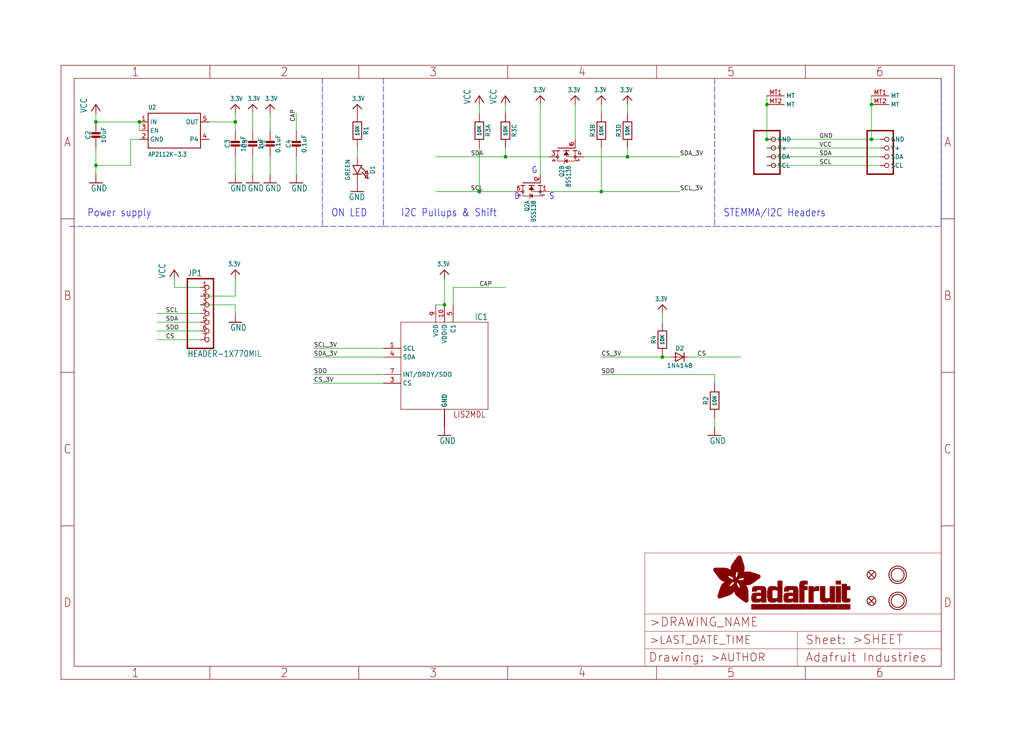
<source format=kicad_sch>
(kicad_sch (version 20211123) (generator eeschema)
  (paper "User" 298.45 217.881)
  (lib_symbols
    (symbol "eagleSchem-eagle-import:3.3V" (power)
      (property "Value" "3.3V" (at -1.524 1.016 0))
      (symbol "3.3V_1_0"
        (pin power_in line (at 0 -2.54 90) (length 2.54) (name "3.3V") (number "1"))
      )
    )
    (symbol "eagleSchem-eagle-import:CAP_CERAMIC0603_NO"
      (property "Reference" "C" (at -2.29 1.25 90))
      (property "Value" "CAP_CERAMIC0603_NO" (at 2.3 1.25 90))
      (symbol "CAP_CERAMIC0603_NO_1_0"
        (pin passive line (at 0 5.08 270) (length 2.54) (name "1") (number "1"))
        (pin passive line (at 0 -2.54 90) (length 2.54) (name "2") (number "2"))
      )
    )
    (symbol "eagleSchem-eagle-import:CAP_CERAMIC0805-NOOUTLINE"
      (property "Reference" "C" (at -2.29 1.25 90))
      (property "Value" "CAP_CERAMIC0805-NOOUTLINE" (at 2.3 1.25 90))
      (symbol "CAP_CERAMIC0805-NOOUTLINE_1_0"
        (pin passive line (at 0 5.08 270) (length 2.54) (name "1") (number "1"))
        (pin passive line (at 0 -2.54 90) (length 2.54) (name "2") (number "2"))
      )
    )
    (symbol "eagleSchem-eagle-import:DIODESOD-323"
      (property "Reference" "D" (at 0 2.54 0))
      (property "Value" "DIODESOD-323" (at 0 -2.5 0))
      (symbol "DIODESOD-323_1_0"
        (pin passive line (at -2.54 0 0) (length 2.54) (name "A") (number "A"))
        (pin passive line (at 2.54 0 180) (length 2.54) (name "C") (number "C"))
      )
    )
    (symbol "eagleSchem-eagle-import:FIDUCIAL_1MM")
    (symbol "eagleSchem-eagle-import:FRAME_A4_ADAFRUIT"
      (symbol "FRAME_A4_ADAFRUIT_1_0"
        (text "1" (at 21.6958 1.905 0) (effects (font (size 2.54 2.286))))
        (text "1" (at 21.6958 177.165 0) (effects (font (size 2.54 2.286))))
        (text "2" (at 65.0875 1.905 0) (effects (font (size 2.54 2.286))))
        (text "2" (at 65.0875 177.165 0) (effects (font (size 2.54 2.286))))
        (text "3" (at 108.4792 1.905 0) (effects (font (size 2.54 2.286))))
        (text "3" (at 108.4792 177.165 0) (effects (font (size 2.54 2.286))))
        (text "4" (at 151.8708 1.905 0) (effects (font (size 2.54 2.286))))
        (text "4" (at 151.8708 177.165 0) (effects (font (size 2.54 2.286))))
        (text "5" (at 195.2625 1.905 0) (effects (font (size 2.54 2.286))))
        (text "5" (at 195.2625 177.165 0) (effects (font (size 2.54 2.286))))
        (text "6" (at 238.6542 1.905 0) (effects (font (size 2.54 2.286))))
        (text "6" (at 238.6542 177.165 0) (effects (font (size 2.54 2.286))))
        (text ">AUTHOR" (at 189.23 5.08 0) (effects (font (size 2.286 2.286)) (justify left bottom)))
        (text ">DRAWING_NAME" (at 171.45 15.24 0) (effects (font (size 2.54 2.54)) (justify left bottom)))
        (text ">LAST_DATE_TIME" (at 171.45 10.16 0) (effects (font (size 2.286 2.286)) (justify left bottom)))
        (text ">SHEET" (at 230.505 10.16 0) (effects (font (size 2.54 2.54)) (justify left bottom)))
        (text "A" (at 1.905 156.6863 0) (effects (font (size 2.54 2.286))))
        (text "A" (at 258.445 156.6863 0) (effects (font (size 2.54 2.286))))
        (text "Adafruit Industries" (at 216.916 4.953 0) (effects (font (size 2.54 2.54)) (justify left bottom)))
        (text "B" (at 1.905 111.9188 0) (effects (font (size 2.54 2.286))))
        (text "B" (at 258.445 111.9188 0) (effects (font (size 2.54 2.286))))
        (text "C" (at 1.905 67.1513 0) (effects (font (size 2.54 2.286))))
        (text "C" (at 258.445 67.1513 0) (effects (font (size 2.54 2.286))))
        (text "D" (at 1.905 22.3838 0) (effects (font (size 2.54 2.286))))
        (text "D" (at 258.445 22.3838 0) (effects (font (size 2.54 2.286))))
        (text "Drawing:" (at 171.196 4.953 0) (effects (font (size 2.54 2.54)) (justify left bottom)))
        (text "Sheet:" (at 216.916 10.033 0) (effects (font (size 2.54 2.54)) (justify left bottom)))
      )
    )
    (symbol "eagleSchem-eagle-import:GND" (power)
      (property "Value" "GND" (at -2.54 -2.54 0))
      (symbol "GND_1_0"
        (pin power_in line (at 0 2.54 270) (length 2.54) (name "GND") (number "1"))
      )
    )
    (symbol "eagleSchem-eagle-import:HEADER-1X770MIL"
      (property "Reference" "JP" (at -6.35 10.795 0))
      (property "Value" "HEADER-1X770MIL" (at -6.35 -12.7 0))
      (symbol "HEADER-1X770MIL_1_0"
        (pin passive inverted (at -2.54 7.62 0) (length 2.54) (name "1") (number "1"))
        (pin passive inverted (at -2.54 5.08 0) (length 2.54) (name "2") (number "2"))
        (pin passive inverted (at -2.54 2.54 0) (length 2.54) (name "3") (number "3"))
        (pin passive inverted (at -2.54 0 0) (length 2.54) (name "4") (number "4"))
        (pin passive inverted (at -2.54 -2.54 0) (length 2.54) (name "5") (number "5"))
        (pin passive inverted (at -2.54 -5.08 0) (length 2.54) (name "6") (number "6"))
        (pin passive inverted (at -2.54 -7.62 0) (length 2.54) (name "7") (number "7"))
      )
    )
    (symbol "eagleSchem-eagle-import:LED0603_NOOUTLINE"
      (property "Reference" "D" (at -1.27 4.445 0))
      (property "Value" "LED0603_NOOUTLINE" (at -1.27 -2.794 0))
      (symbol "LED0603_NOOUTLINE_1_0"
        (pin passive line (at -5.08 0 0) (length 2.54) (name "A") (number "A"))
        (pin passive line (at 2.54 0 180) (length 2.54) (name "C") (number "C"))
      )
    )
    (symbol "eagleSchem-eagle-import:LIS2MDL"
      (property "Reference" "IC" (at 12.7 15.24 0))
      (symbol "LIS2MDL_1_0"
        (text "LIS2MDL" (at 2.54 -15.24 0) (effects (font (size 1.778 1.5113)) (justify left bottom)))
        (pin input line (at -17.78 5.08 0) (length 5.08) (name "SCL") (number "1"))
        (pin power_in line (at 0 17.78 270) (length 5.08) (name "VDDIO") (number "10"))
        (pin power_in line (at 0 -17.78 90) (length 5.08) (name "GND") (number "11"))
        (pin power_in line (at 0 -17.78 90) (length 5.08) (name "GND") (number "12"))
        (pin power_in line (at 0 -17.78 90) (length 5.08) (name "GND") (number "2"))
        (pin input line (at -17.78 -5.08 0) (length 5.08) (name "CS") (number "3"))
        (pin bidirectional line (at -17.78 2.54 0) (length 5.08) (name "SDA") (number "4"))
        (pin input line (at 2.54 17.78 270) (length 5.08) (name "C1") (number "5"))
        (pin power_in line (at 0 -17.78 90) (length 5.08) (name "GND") (number "6"))
        (pin bidirectional line (at -17.78 -2.54 0) (length 5.08) (name "INT/DRDY/SDO") (number "7"))
        (pin power_in line (at 0 -17.78 90) (length 5.08) (name "GND") (number "8"))
        (pin power_in line (at -2.54 17.78 270) (length 5.08) (name "VDD") (number "9"))
      )
    )
    (symbol "eagleSchem-eagle-import:MOSFET-N_DUAL"
      (property "Reference" "Q" (at 5.08 0.635 0))
      (property "Value" "MOSFET-N_DUAL" (at 5.08 -1.27 0))
      (symbol "MOSFET-N_DUAL_1_0"
        (text "D" (at 3.175 3.175 0) (effects (font (size 0.8128 0.6908)) (justify left bottom)))
        (text "G" (at -1.27 -1.905 0) (effects (font (size 0.8128 0.6908)) (justify left bottom)))
        (text "S" (at 3.175 -3.81 0) (effects (font (size 0.8128 0.6908)) (justify left bottom)))
        (pin bidirectional line (at 2.54 -5.08 90) (length 2.54) (name "S") (number "1"))
        (pin bidirectional line (at -2.54 -2.54 0) (length 2.54) (name "G") (number "2"))
        (pin bidirectional line (at 2.54 5.08 270) (length 2.54) (name "D") (number "6"))
      )
      (symbol "MOSFET-N_DUAL_2_0"
        (text "D" (at 3.175 3.175 0) (effects (font (size 0.8128 0.6908)) (justify left bottom)))
        (text "G" (at -1.27 -1.905 0) (effects (font (size 0.8128 0.6908)) (justify left bottom)))
        (text "S" (at 3.175 -3.81 0) (effects (font (size 0.8128 0.6908)) (justify left bottom)))
        (pin bidirectional line (at 2.54 5.08 270) (length 2.54) (name "D") (number "3"))
        (pin bidirectional line (at 2.54 -5.08 90) (length 2.54) (name "S") (number "4"))
        (pin bidirectional line (at -2.54 -2.54 0) (length 2.54) (name "G") (number "5"))
      )
    )
    (symbol "eagleSchem-eagle-import:MOUNTINGHOLE2.5")
    (symbol "eagleSchem-eagle-import:RESISTOR_0603_NOOUT"
      (property "Reference" "R" (at 0 2.54 0))
      (property "Value" "RESISTOR_0603_NOOUT" (at 0 0 0))
      (symbol "RESISTOR_0603_NOOUT_1_0"
        (pin passive line (at -5.08 0 0) (length 2.54) (name "1") (number "1"))
        (pin passive line (at 5.08 0 180) (length 2.54) (name "2") (number "2"))
      )
    )
    (symbol "eagleSchem-eagle-import:RESISTOR_4PACK"
      (property "Reference" "R" (at 0 2.54 0))
      (property "Value" "RESISTOR_4PACK" (at 0 0 0))
      (symbol "RESISTOR_4PACK_1_0"
        (pin passive line (at -5.08 0 0) (length 2.54) (name "1") (number "1"))
        (pin passive line (at 5.08 0 180) (length 2.54) (name "2") (number "8"))
      )
      (symbol "RESISTOR_4PACK_2_0"
        (pin passive line (at -5.08 0 0) (length 2.54) (name "1") (number "2"))
        (pin passive line (at 5.08 0 180) (length 2.54) (name "2") (number "7"))
      )
      (symbol "RESISTOR_4PACK_3_0"
        (pin passive line (at -5.08 0 0) (length 2.54) (name "1") (number "3"))
        (pin passive line (at 5.08 0 180) (length 2.54) (name "2") (number "6"))
      )
      (symbol "RESISTOR_4PACK_4_0"
        (pin passive line (at -5.08 0 0) (length 2.54) (name "1") (number "4"))
        (pin passive line (at 5.08 0 180) (length 2.54) (name "2") (number "5"))
      )
    )
    (symbol "eagleSchem-eagle-import:STEMMA_I2C_QT"
      (symbol "STEMMA_I2C_QT_1_0"
        (pin passive inverted (at 0 5.08 0) (length 2.54) (name "GND") (number "1"))
        (pin passive inverted (at 0 2.54 0) (length 2.54) (name "V+") (number "2"))
        (pin passive inverted (at 0 0 0) (length 2.54) (name "SDA") (number "3"))
        (pin passive inverted (at 0 -2.54 0) (length 2.54) (name "SCL") (number "4"))
      )
      (symbol "STEMMA_I2C_QT_2_0"
        (pin bidirectional line (at 0 0 0) (length 5.08) (name "MT") (number "MT1"))
      )
      (symbol "STEMMA_I2C_QT_3_0"
        (pin bidirectional line (at 0 0 0) (length 5.08) (name "MT") (number "MT2"))
      )
    )
    (symbol "eagleSchem-eagle-import:VCC" (power)
      (property "Value" "VCC" (at -2.54 -2.54 90))
      (symbol "VCC_1_0"
        (pin power_in line (at 0 -2.54 90) (length 2.54) (name "VCC") (number "1"))
      )
    )
    (symbol "eagleSchem-eagle-import:VREG_SOT23-5"
      (property "Reference" "U" (at -7.62 6.096 0))
      (property "Value" "VREG_SOT23-5" (at -7.62 -7.62 0))
      (symbol "VREG_SOT23-5_1_0"
        (pin power_in line (at -10.16 2.54 0) (length 2.54) (name "IN") (number "1"))
        (pin power_in line (at -10.16 -2.54 0) (length 2.54) (name "GND") (number "2"))
        (pin input line (at -10.16 0 0) (length 2.54) (name "EN") (number "3"))
        (pin bidirectional line (at 10.16 -2.54 180) (length 2.54) (name "P4") (number "4"))
        (pin power_in line (at 10.16 2.54 180) (length 2.54) (name "OUT") (number "5"))
      )
    )
  )
  (junction (at 139.7 55.88))
  (junction (at 147.32 45.72))
  (junction (at 223.52 30.48))
  (junction (at 68.58 35.56))
  (junction (at 223.52 40.64))
  (junction (at 129.54 88.9))
  (junction (at 254 40.64))
  (junction (at 254 30.48))
  (junction (at 175.26 55.88))
  (junction (at 182.88 45.72))
  (junction (at 193.04 104.14))
  (junction (at 27.94 35.56))
  (junction (at 27.94 48.26))
  (junction (at 40.64 35.56))
  (wire (pts (xy 139.7 43.18) (xy 139.7 55.88)))
  (wire (pts (xy 60.96 35.56) (xy 68.58 35.56)))
  (wire (pts (xy 223.52 48.26) (xy 256.54 48.26)))
  (wire (pts (xy 68.58 88.9) (xy 68.58 91.44)))
  (wire (pts (xy 86.36 33.02) (xy 86.36 38.1)))
  (wire (pts (xy 58.42 86.36) (xy 68.58 86.36)))
  (wire (pts (xy 139.7 55.88) (xy 127 55.88)))
  (wire (pts (xy 160.02 55.88) (xy 175.26 55.88)))
  (wire (pts (xy 193.04 104.14) (xy 175.26 104.14)))
  (wire (pts (xy 68.58 35.56) (xy 68.58 38.1)))
  (wire (pts (xy 68.58 35.56) (xy 68.58 33.02)))
  (wire (pts (xy 254 30.48) (xy 254 40.64)))
  (wire (pts (xy 175.26 43.18) (xy 175.26 55.88)))
  (wire (pts (xy 149.86 55.88) (xy 139.7 55.88)))
  (wire (pts (xy 78.74 33.02) (xy 78.74 38.1)))
  (wire (pts (xy 160.02 45.72) (xy 147.32 45.72)))
  (polyline (pts (xy 93.98 22.86) (xy 93.98 66.04)))
  (wire (pts (xy 167.64 40.64) (xy 167.64 30.48)))
  (wire (pts (xy 50.8 83.82) (xy 50.8 81.28)))
  (wire (pts (xy 254 40.64) (xy 223.52 40.64)))
  (wire (pts (xy 40.64 38.1) (xy 40.64 35.56)))
  (wire (pts (xy 38.1 40.64) (xy 38.1 48.26)))
  (wire (pts (xy 157.48 50.8) (xy 157.48 30.48)))
  (wire (pts (xy 86.36 45.72) (xy 86.36 50.8)))
  (wire (pts (xy 256.54 45.72) (xy 223.52 45.72)))
  (wire (pts (xy 170.18 45.72) (xy 182.88 45.72)))
  (wire (pts (xy 27.94 48.26) (xy 27.94 43.18)))
  (wire (pts (xy 139.7 30.48) (xy 139.7 33.02)))
  (wire (pts (xy 111.76 101.6) (xy 91.44 101.6)))
  (wire (pts (xy 208.28 111.76) (xy 208.28 109.22)))
  (wire (pts (xy 78.74 45.72) (xy 78.74 50.8)))
  (wire (pts (xy 27.94 48.26) (xy 27.94 50.8)))
  (polyline (pts (xy 274.32 22.86) (xy 274.32 66.04)))
  (polyline (pts (xy 111.76 66.04) (xy 208.28 66.04)))
  (wire (pts (xy 182.88 43.18) (xy 182.88 45.72)))
  (wire (pts (xy 38.1 48.26) (xy 27.94 48.26)))
  (wire (pts (xy 132.08 88.9) (xy 132.08 83.82)))
  (wire (pts (xy 111.76 109.22) (xy 91.44 109.22)))
  (wire (pts (xy 58.42 99.06) (xy 45.72 99.06)))
  (wire (pts (xy 58.42 93.98) (xy 45.72 93.98)))
  (wire (pts (xy 129.54 88.9) (xy 129.54 81.28)))
  (wire (pts (xy 104.14 45.72) (xy 104.14 43.18)))
  (wire (pts (xy 58.42 83.82) (xy 50.8 83.82)))
  (wire (pts (xy 132.08 83.82) (xy 147.32 83.82)))
  (wire (pts (xy 40.64 35.56) (xy 27.94 35.56)))
  (wire (pts (xy 27.94 33.02) (xy 27.94 35.56)))
  (wire (pts (xy 58.42 91.44) (xy 45.72 91.44)))
  (wire (pts (xy 68.58 86.36) (xy 68.58 81.28)))
  (wire (pts (xy 147.32 45.72) (xy 127 45.72)))
  (wire (pts (xy 58.42 96.52) (xy 45.72 96.52)))
  (wire (pts (xy 68.58 45.72) (xy 68.58 50.8)))
  (polyline (pts (xy 93.98 66.04) (xy 111.76 66.04)))
  (wire (pts (xy 175.26 55.88) (xy 198.12 55.88)))
  (polyline (pts (xy 20.32 66.04) (xy 93.98 66.04)))
  (wire (pts (xy 195.58 104.14) (xy 193.04 104.14)))
  (wire (pts (xy 73.66 45.72) (xy 73.66 50.8)))
  (wire (pts (xy 254 27.94) (xy 254 30.48)))
  (wire (pts (xy 127 88.9) (xy 129.54 88.9)))
  (wire (pts (xy 208.28 124.46) (xy 208.28 121.92)))
  (wire (pts (xy 182.88 33.02) (xy 182.88 30.48)))
  (wire (pts (xy 147.32 33.02) (xy 147.32 30.48)))
  (wire (pts (xy 193.04 93.98) (xy 193.04 91.44)))
  (wire (pts (xy 58.42 88.9) (xy 68.58 88.9)))
  (wire (pts (xy 111.76 111.76) (xy 91.44 111.76)))
  (wire (pts (xy 223.52 30.48) (xy 223.52 40.64)))
  (wire (pts (xy 256.54 40.64) (xy 254 40.64)))
  (wire (pts (xy 91.44 104.14) (xy 111.76 104.14)))
  (wire (pts (xy 208.28 109.22) (xy 175.26 109.22)))
  (wire (pts (xy 73.66 38.1) (xy 73.66 33.02)))
  (polyline (pts (xy 111.76 22.86) (xy 111.76 66.04)))
  (wire (pts (xy 147.32 43.18) (xy 147.32 45.72)))
  (wire (pts (xy 40.64 40.64) (xy 38.1 40.64)))
  (polyline (pts (xy 208.28 66.04) (xy 274.32 66.04)))
  (wire (pts (xy 200.66 104.14) (xy 215.9 104.14)))
  (wire (pts (xy 182.88 45.72) (xy 198.12 45.72)))
  (polyline (pts (xy 208.28 22.86) (xy 208.28 66.04)))
  (wire (pts (xy 223.52 43.18) (xy 256.54 43.18)))
  (wire (pts (xy 175.26 33.02) (xy 175.26 30.48)))
  (wire (pts (xy 223.52 27.94) (xy 223.52 30.48)))
  (text "G" (at 154.94 50.8 180) (effects (font (size 1.778 1.5113)) (justify left bottom)))
  (text "D" (at 149.86 58.42 180) (effects (font (size 1.778 1.5113)) (justify left bottom)))
  (text "ON LED" (at 96.52 63.5 180) (effects (font (size 2.1844 1.8567)) (justify left bottom)))
  (text "I2C Pullups & Shift" (at 116.84 63.5 180) (effects (font (size 2.1844 1.8567)) (justify left bottom)))
  (text "Power supply" (at 25.4 63.5 180) (effects (font (size 2.1844 1.8567)) (justify left bottom)))
  (text "S" (at 160.02 58.42 180) (effects (font (size 1.778 1.5113)) (justify left bottom)))
  (text "STEMMA/I2C Headers" (at 210.82 63.5 180) (effects (font (size 2.1844 1.8567)) (justify left bottom)))
  (label "GND" (at 238.76 40.64 0) (effects (font (size 1.2446 1.2446))))
  (label "SCL" (at 238.76 48.26 0) (effects (font (size 1.2446 1.2446))))
  (label "SCL_3V" (at 198.12 55.88 0) (effects (font (size 1.2446 1.2446))))
  (label "CAP" (at 139.7 83.82 0) (effects (font (size 1.2446 1.2446))))
  (label "SDO" (at 175.26 109.22 0) (effects (font (size 1.2446 1.2446))))
  (label "SDO" (at 48.26 96.52 0) (effects (font (size 1.2446 1.2446))))
  (label "SDA" (at 48.26 93.98 0) (effects (font (size 1.2446 1.2446))))
  (label "SCL" (at 137.16 55.88 0) (effects (font (size 1.2446 1.2446))))
  (label "VCC" (at 238.76 43.18 0) (effects (font (size 1.2446 1.2446))))
  (label "SDA" (at 137.16 45.72 0) (effects (font (size 1.2446 1.2446))))
  (label "SDA" (at 238.76 45.72 0) (effects (font (size 1.2446 1.2446))))
  (label "CS_3V" (at 175.26 104.14 0) (effects (font (size 1.2446 1.2446))))
  (label "SDA_3V" (at 198.12 45.72 0) (effects (font (size 1.2446 1.2446))))
  (label "SDO" (at 91.44 109.22 0) (effects (font (size 1.2446 1.2446))))
  (label "CAP" (at 86.36 35.56 90) (effects (font (size 1.2446 1.2446))))
  (label "CS" (at 48.26 99.06 0) (effects (font (size 1.2446 1.2446))))
  (label "SCL" (at 48.26 91.44 0) (effects (font (size 1.2446 1.2446))))
  (label "SCL_3V" (at 91.44 101.6 0) (effects (font (size 1.2446 1.2446))))
  (label "CS_3V" (at 91.44 111.76 0) (effects (font (size 1.2446 1.2446))))
  (label "CS" (at 203.2 104.14 0) (effects (font (size 1.2446 1.2446))))
  (label "SDA_3V" (at 91.44 104.14 0) (effects (font (size 1.2446 1.2446))))
  (symbol (lib_id "eagleSchem-eagle-import:VREG_SOT23-5") (at 50.8 38.1 0) (unit 1)
    (property "Reference" "U2" (at 43.18 32.004 0) (effects (font (size 1.27 1.0795)) (justify left bottom)))
    (property "Value" "AP2112K-3.3" (at 43.18 45.72 0) (effects (font (size 1.27 1.0795)) (justify left bottom)))
    (property "Footprint" "eagleSchem:SOT23-5" (effects hide))
  )
  (symbol (lib_id "eagleSchem-eagle-import:HEADER-1X770MIL") (at 60.96 91.44 0) (unit 1)
    (property "Reference" "JP1" (at 54.61 80.645 0) (effects (font (size 1.778 1.5113)) (justify left bottom)))
    (property "Value" "HEADER-1X770MIL" (at 54.61 104.14 0) (effects (font (size 1.778 1.5113)) (justify left bottom)))
    (property "Footprint" "eagleSchem:1X07_ROUND_70" (effects hide))
  )
  (symbol (lib_id "eagleSchem-eagle-import:3.3V") (at 182.88 27.94 0) (mirror y) (unit 1)
    (property "Reference" "#U$7" (effects hide))
    (property "Value" "3.3V" (at 184.404 26.924 0) (effects (font (size 1.27 1.0795)) (justify left bottom)))
    (property "Footprint" "eagleSchem:" (effects hide))
  )
  (symbol (lib_id "eagleSchem-eagle-import:LED0603_NOOUTLINE") (at 104.14 50.8 270) (unit 1)
    (property "Reference" "D1" (at 108.585 49.53 0))
    (property "Value" "GREEN" (at 101.346 49.53 0))
    (property "Footprint" "eagleSchem:CHIPLED_0603_NOOUTLINE" (effects hide))
  )
  (symbol (lib_id "eagleSchem-eagle-import:CAP_CERAMIC0603_NO") (at 78.74 43.18 0) (unit 1)
    (property "Reference" "C1" (at 76.45 41.93 90))
    (property "Value" "0.1uF" (at 81.04 41.93 90))
    (property "Footprint" "eagleSchem:0603-NO" (effects hide))
  )
  (symbol (lib_id "eagleSchem-eagle-import:DIODESOD-323") (at 198.12 104.14 0) (unit 1)
    (property "Reference" "D2" (at 198.12 101.6 0))
    (property "Value" "1N4148" (at 198.12 106.64 0))
    (property "Footprint" "eagleSchem:SOD-323" (effects hide))
  )
  (symbol (lib_id "eagleSchem-eagle-import:STEMMA_I2C_QT") (at 223.52 45.72 0) (unit 1)
    (property "Reference" "CONN3" (effects hide))
    (property "Value" "STEMMA_I2C_QT" (effects hide))
    (property "Footprint" "eagleSchem:JST_SH4" (effects hide))
  )
  (symbol (lib_id "eagleSchem-eagle-import:GND") (at 68.58 53.34 0) (unit 1)
    (property "Reference" "#U$5" (effects hide))
    (property "Value" "GND" (at 67.056 55.88 0) (effects (font (size 1.778 1.5113)) (justify left bottom)))
    (property "Footprint" "eagleSchem:" (effects hide))
  )
  (symbol (lib_id "eagleSchem-eagle-import:VCC") (at 147.32 27.94 0) (unit 1)
    (property "Reference" "#P+2" (effects hide))
    (property "Value" "VCC" (at 144.78 30.48 90) (effects (font (size 1.778 1.5113)) (justify left bottom)))
    (property "Footprint" "eagleSchem:" (effects hide))
  )
  (symbol (lib_id "eagleSchem-eagle-import:MOSFET-N_DUAL") (at 165.1 43.18 90) (mirror x) (unit 2)
    (property "Reference" "Q2" (at 164.465 48.26 0) (effects (font (size 1.27 1.0795)) (justify left bottom)))
    (property "Value" "BSS138" (at 166.37 48.26 0) (effects (font (size 1.27 1.0795)) (justify left bottom)))
    (property "Footprint" "eagleSchem:SOT363" (effects hide))
  )
  (symbol (lib_id "eagleSchem-eagle-import:MOSFET-N_DUAL") (at 154.94 53.34 90) (mirror x) (unit 1)
    (property "Reference" "Q2" (at 154.305 58.42 0) (effects (font (size 1.27 1.0795)) (justify left bottom)))
    (property "Value" "BSS138" (at 156.21 58.42 0) (effects (font (size 1.27 1.0795)) (justify left bottom)))
    (property "Footprint" "eagleSchem:SOT363" (effects hide))
  )
  (symbol (lib_id "eagleSchem-eagle-import:3.3V") (at 68.58 30.48 0) (unit 1)
    (property "Reference" "#U$15" (effects hide))
    (property "Value" "3.3V" (at 67.056 29.464 0) (effects (font (size 1.27 1.0795)) (justify left bottom)))
    (property "Footprint" "eagleSchem:" (effects hide))
  )
  (symbol (lib_id "eagleSchem-eagle-import:MOUNTINGHOLE2.5") (at 261.62 175.26 0) (unit 1)
    (property "Reference" "U$1" (effects hide))
    (property "Value" "MOUNTINGHOLE2.5" (effects hide))
    (property "Footprint" "eagleSchem:MOUNTINGHOLE_2.5_PLATED" (effects hide))
  )
  (symbol (lib_id "eagleSchem-eagle-import:STEMMA_I2C_QT") (at 223.52 30.48 0) (unit 3)
    (property "Reference" "CONN3" (effects hide))
    (property "Value" "STEMMA_I2C_QT" (effects hide))
    (property "Footprint" "eagleSchem:JST_SH4" (effects hide))
  )
  (symbol (lib_id "eagleSchem-eagle-import:GND") (at 129.54 127 0) (unit 1)
    (property "Reference" "#U$2" (effects hide))
    (property "Value" "GND" (at 128.016 129.54 0) (effects (font (size 1.778 1.5113)) (justify left bottom)))
    (property "Footprint" "eagleSchem:" (effects hide))
  )
  (symbol (lib_id "eagleSchem-eagle-import:GND") (at 73.66 53.34 0) (unit 1)
    (property "Reference" "#U$27" (effects hide))
    (property "Value" "GND" (at 72.136 55.88 0) (effects (font (size 1.778 1.5113)) (justify left bottom)))
    (property "Footprint" "eagleSchem:" (effects hide))
  )
  (symbol (lib_id "eagleSchem-eagle-import:3.3V") (at 73.66 30.48 0) (unit 1)
    (property "Reference" "#U$22" (effects hide))
    (property "Value" "3.3V" (at 72.136 29.464 0) (effects (font (size 1.27 1.0795)) (justify left bottom)))
    (property "Footprint" "eagleSchem:" (effects hide))
  )
  (symbol (lib_id "eagleSchem-eagle-import:3.3V") (at 175.26 27.94 0) (mirror y) (unit 1)
    (property "Reference" "#U$24" (effects hide))
    (property "Value" "3.3V" (at 176.784 26.924 0) (effects (font (size 1.27 1.0795)) (justify left bottom)))
    (property "Footprint" "eagleSchem:" (effects hide))
  )
  (symbol (lib_id "eagleSchem-eagle-import:STEMMA_I2C_QT") (at 254 27.94 0) (unit 2)
    (property "Reference" "CONN4" (effects hide))
    (property "Value" "STEMMA_I2C_QT" (effects hide))
    (property "Footprint" "eagleSchem:JST_SH4" (effects hide))
  )
  (symbol (lib_id "eagleSchem-eagle-import:RESISTOR_0603_NOOUT") (at 208.28 116.84 90) (unit 1)
    (property "Reference" "R2" (at 205.74 116.84 0))
    (property "Value" "10K" (at 208.28 116.84 0) (effects (font (size 1.016 1.016) bold)))
    (property "Footprint" "eagleSchem:0603-NO" (effects hide))
  )
  (symbol (lib_id "eagleSchem-eagle-import:MOUNTINGHOLE2.5") (at 261.62 167.64 0) (unit 1)
    (property "Reference" "U$17" (effects hide))
    (property "Value" "MOUNTINGHOLE2.5" (effects hide))
    (property "Footprint" "eagleSchem:MOUNTINGHOLE_2.5_PLATED" (effects hide))
  )
  (symbol (lib_id "eagleSchem-eagle-import:GND") (at 86.36 53.34 0) (unit 1)
    (property "Reference" "#U$9" (effects hide))
    (property "Value" "GND" (at 84.836 55.88 0) (effects (font (size 1.778 1.5113)) (justify left bottom)))
    (property "Footprint" "eagleSchem:" (effects hide))
  )
  (symbol (lib_id "eagleSchem-eagle-import:STEMMA_I2C_QT") (at 256.54 45.72 0) (unit 1)
    (property "Reference" "CONN4" (effects hide))
    (property "Value" "STEMMA_I2C_QT" (effects hide))
    (property "Footprint" "eagleSchem:JST_SH4" (effects hide))
  )
  (symbol (lib_id "eagleSchem-eagle-import:RESISTOR_4PACK") (at 147.32 38.1 270) (unit 3)
    (property "Reference" "R3" (at 149.86 38.1 0))
    (property "Value" "10K" (at 147.32 38.1 0) (effects (font (size 1.016 1.016) bold)))
    (property "Footprint" "eagleSchem:RESPACK_4X0603" (effects hide))
  )
  (symbol (lib_id "eagleSchem-eagle-import:CAP_CERAMIC0603_NO") (at 86.36 43.18 0) (unit 1)
    (property "Reference" "C4" (at 84.07 41.93 90))
    (property "Value" "0.1uF" (at 88.66 41.93 90))
    (property "Footprint" "eagleSchem:0603-NO" (effects hide))
  )
  (symbol (lib_id "eagleSchem-eagle-import:3.3V") (at 167.64 27.94 0) (mirror y) (unit 1)
    (property "Reference" "#U$23" (effects hide))
    (property "Value" "3.3V" (at 169.164 26.924 0) (effects (font (size 1.27 1.0795)) (justify left bottom)))
    (property "Footprint" "eagleSchem:" (effects hide))
  )
  (symbol (lib_id "eagleSchem-eagle-import:CAP_CERAMIC0805-NOOUTLINE") (at 27.94 40.64 0) (unit 1)
    (property "Reference" "C2" (at 25.65 39.39 90))
    (property "Value" "10uF" (at 30.24 39.39 90))
    (property "Footprint" "eagleSchem:0805-NO" (effects hide))
  )
  (symbol (lib_id "eagleSchem-eagle-import:3.3V") (at 129.54 78.74 0) (mirror y) (unit 1)
    (property "Reference" "#U$4" (effects hide))
    (property "Value" "3.3V" (at 131.064 77.724 0) (effects (font (size 1.27 1.0795)) (justify left bottom)))
    (property "Footprint" "eagleSchem:" (effects hide))
  )
  (symbol (lib_id "eagleSchem-eagle-import:RESISTOR_0603_NOOUT") (at 104.14 38.1 270) (unit 1)
    (property "Reference" "R1" (at 106.68 38.1 0))
    (property "Value" "10K" (at 104.14 38.1 0) (effects (font (size 1.016 1.016) bold)))
    (property "Footprint" "eagleSchem:0603-NO" (effects hide))
  )
  (symbol (lib_id "eagleSchem-eagle-import:GND") (at 78.74 53.34 0) (unit 1)
    (property "Reference" "#U$6" (effects hide))
    (property "Value" "GND" (at 77.216 55.88 0) (effects (font (size 1.778 1.5113)) (justify left bottom)))
    (property "Footprint" "eagleSchem:" (effects hide))
  )
  (symbol (lib_id "eagleSchem-eagle-import:STEMMA_I2C_QT") (at 223.52 27.94 0) (unit 2)
    (property "Reference" "CONN3" (effects hide))
    (property "Value" "STEMMA_I2C_QT" (effects hide))
    (property "Footprint" "eagleSchem:JST_SH4" (effects hide))
  )
  (symbol (lib_id "eagleSchem-eagle-import:VCC") (at 139.7 27.94 0) (unit 1)
    (property "Reference" "#P+1" (effects hide))
    (property "Value" "VCC" (at 137.16 30.48 90) (effects (font (size 1.778 1.5113)) (justify left bottom)))
    (property "Footprint" "eagleSchem:" (effects hide))
  )
  (symbol (lib_id "eagleSchem-eagle-import:STEMMA_I2C_QT") (at 254 30.48 0) (unit 3)
    (property "Reference" "CONN4" (effects hide))
    (property "Value" "STEMMA_I2C_QT" (effects hide))
    (property "Footprint" "eagleSchem:JST_SH4" (effects hide))
  )
  (symbol (lib_id "eagleSchem-eagle-import:LIS2MDL") (at 129.54 106.68 0) (unit 1)
    (property "Reference" "IC1" (at 142.24 91.44 0) (effects (font (size 1.778 1.5113)) (justify right top)))
    (property "Value" "LIS2MDL" (effects hide))
    (property "Footprint" "eagleSchem:LGA12_2X2MM" (effects hide))
  )
  (symbol (lib_id "eagleSchem-eagle-import:RESISTOR_4PACK") (at 139.7 38.1 270) (unit 1)
    (property "Reference" "R3" (at 142.24 38.1 0))
    (property "Value" "10K" (at 139.7 38.1 0) (effects (font (size 1.016 1.016) bold)))
    (property "Footprint" "eagleSchem:RESPACK_4X0603" (effects hide))
  )
  (symbol (lib_id "eagleSchem-eagle-import:3.3V") (at 193.04 88.9 0) (mirror y) (unit 1)
    (property "Reference" "#U$12" (effects hide))
    (property "Value" "3.3V" (at 194.564 87.884 0) (effects (font (size 1.27 1.0795)) (justify left bottom)))
    (property "Footprint" "eagleSchem:" (effects hide))
  )
  (symbol (lib_id "eagleSchem-eagle-import:FIDUCIAL_1MM") (at 254 167.64 0) (unit 1)
    (property "Reference" "FID4" (effects hide))
    (property "Value" "FIDUCIAL_1MM" (effects hide))
    (property "Footprint" "eagleSchem:FIDUCIAL_1MM" (effects hide))
  )
  (symbol (lib_id "eagleSchem-eagle-import:VCC") (at 50.8 78.74 0) (unit 1)
    (property "Reference" "#P+4" (effects hide))
    (property "Value" "VCC" (at 48.26 81.28 90) (effects (font (size 1.778 1.5113)) (justify left bottom)))
    (property "Footprint" "eagleSchem:" (effects hide))
  )
  (symbol (lib_id "eagleSchem-eagle-import:GND") (at 208.28 127 0) (unit 1)
    (property "Reference" "#U$20" (effects hide))
    (property "Value" "GND" (at 206.756 129.54 0) (effects (font (size 1.778 1.5113)) (justify left bottom)))
    (property "Footprint" "eagleSchem:" (effects hide))
  )
  (symbol (lib_id "eagleSchem-eagle-import:FIDUCIAL_1MM") (at 254 175.26 0) (unit 1)
    (property "Reference" "FID3" (effects hide))
    (property "Value" "FIDUCIAL_1MM" (effects hide))
    (property "Footprint" "eagleSchem:FIDUCIAL_1MM" (effects hide))
  )
  (symbol (lib_id "eagleSchem-eagle-import:3.3V") (at 78.74 30.48 0) (unit 1)
    (property "Reference" "#U$14" (effects hide))
    (property "Value" "3.3V" (at 77.216 29.464 0) (effects (font (size 1.27 1.0795)) (justify left bottom)))
    (property "Footprint" "eagleSchem:" (effects hide))
  )
  (symbol (lib_id "eagleSchem-eagle-import:GND") (at 27.94 53.34 0) (unit 1)
    (property "Reference" "#U$13" (effects hide))
    (property "Value" "GND" (at 26.416 55.88 0) (effects (font (size 1.778 1.5113)) (justify left bottom)))
    (property "Footprint" "eagleSchem:" (effects hide))
  )
  (symbol (lib_id "eagleSchem-eagle-import:FRAME_A4_ADAFRUIT") (at 17.78 198.12 0) (unit 1)
    (property "Reference" "#U$18" (effects hide))
    (property "Value" "FRAME_A4_ADAFRUIT" (effects hide))
    (property "Footprint" "eagleSchem:" (effects hide))
  )
  (symbol (lib_id "eagleSchem-eagle-import:GND") (at 104.14 55.88 0) (unit 1)
    (property "Reference" "#GND6" (effects hide))
    (property "Value" "GND" (at 101.6 58.42 0) (effects (font (size 1.778 1.5113)) (justify left bottom)))
    (property "Footprint" "eagleSchem:" (effects hide))
  )
  (symbol (lib_id "eagleSchem-eagle-import:RESISTOR_4PACK") (at 175.26 38.1 90) (mirror x) (unit 2)
    (property "Reference" "R3" (at 172.72 38.1 0))
    (property "Value" "10K" (at 175.26 38.1 0) (effects (font (size 1.016 1.016) bold)))
    (property "Footprint" "eagleSchem:RESPACK_4X0603" (effects hide))
  )
  (symbol (lib_id "eagleSchem-eagle-import:VCC") (at 27.94 30.48 0) (unit 1)
    (property "Reference" "#P+3" (effects hide))
    (property "Value" "VCC" (at 25.4 33.02 90) (effects (font (size 1.778 1.5113)) (justify left bottom)))
    (property "Footprint" "eagleSchem:" (effects hide))
  )
  (symbol (lib_id "eagleSchem-eagle-import:CAP_CERAMIC0805-NOOUTLINE") (at 68.58 43.18 0) (unit 1)
    (property "Reference" "C3" (at 66.29 41.93 90))
    (property "Value" "10uF" (at 70.88 41.93 90))
    (property "Footprint" "eagleSchem:0805-NO" (effects hide))
  )
  (symbol (lib_id "eagleSchem-eagle-import:3.3V") (at 157.48 27.94 0) (mirror y) (unit 1)
    (property "Reference" "#U$26" (effects hide))
    (property "Value" "3.3V" (at 159.004 26.924 0) (effects (font (size 1.27 1.0795)) (justify left bottom)))
    (property "Footprint" "eagleSchem:" (effects hide))
  )
  (symbol (lib_id "eagleSchem-eagle-import:CAP_CERAMIC0603_NO") (at 73.66 43.18 0) (unit 1)
    (property "Reference" "C5" (at 71.37 41.93 90))
    (property "Value" "1uF" (at 75.96 41.93 90))
    (property "Footprint" "eagleSchem:0603-NO" (effects hide))
  )
  (symbol (lib_id "eagleSchem-eagle-import:3.3V") (at 68.58 78.74 0) (mirror y) (unit 1)
    (property "Reference" "#U$8" (effects hide))
    (property "Value" "3.3V" (at 70.104 77.724 0) (effects (font (size 1.27 1.0795)) (justify left bottom)))
    (property "Footprint" "eagleSchem:" (effects hide))
  )
  (symbol (lib_id "eagleSchem-eagle-import:3.3V") (at 104.14 30.48 0) (unit 1)
    (property "Reference" "#U$3" (effects hide))
    (property "Value" "3.3V" (at 102.616 29.464 0) (effects (font (size 1.27 1.0795)) (justify left bottom)))
    (property "Footprint" "eagleSchem:" (effects hide))
  )
  (symbol (lib_id "eagleSchem-eagle-import:RESISTOR_0603_NOOUT") (at 193.04 99.06 90) (unit 1)
    (property "Reference" "R4" (at 190.5 99.06 0))
    (property "Value" "10K" (at 193.04 99.06 0) (effects (font (size 1.016 1.016) bold)))
    (property "Footprint" "eagleSchem:0603-NO" (effects hide))
  )
  (symbol (lib_id "eagleSchem-eagle-import:GND") (at 68.58 93.98 0) (unit 1)
    (property "Reference" "#U$10" (effects hide))
    (property "Value" "GND" (at 67.056 96.52 0) (effects (font (size 1.778 1.5113)) (justify left bottom)))
    (property "Footprint" "eagleSchem:" (effects hide))
  )
  (symbol (lib_id "eagleSchem-eagle-import:RESISTOR_4PACK") (at 182.88 38.1 90) (mirror x) (unit 4)
    (property "Reference" "R3" (at 180.34 38.1 0))
    (property "Value" "10K" (at 182.88 38.1 0) (effects (font (size 1.016 1.016) bold)))
    (property "Footprint" "eagleSchem:RESPACK_4X0603" (effects hide))
  )
)
</source>
